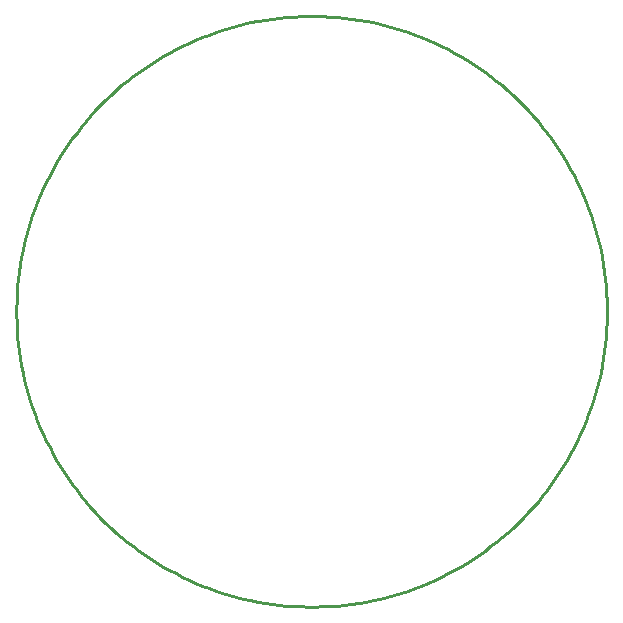
<source format=gbr>
G04 EAGLE Gerber RS-274X export*
G75*
%MOMM*%
%FSLAX34Y34*%
%LPD*%
%IN*%
%IPPOS*%
%AMOC8*
5,1,8,0,0,1.08239X$1,22.5*%
G01*
G04 Define Apertures*
%ADD10C,0.254000*%
D10*
X250000Y-3068D02*
X250000Y3068D01*
X249849Y9203D01*
X249548Y15331D01*
X249097Y21451D01*
X248495Y27558D01*
X247744Y33648D01*
X246844Y39718D01*
X245795Y45763D01*
X244598Y51782D01*
X243253Y57769D01*
X241762Y63721D01*
X240126Y69635D01*
X238344Y75507D01*
X236420Y81334D01*
X234352Y87111D01*
X232144Y92836D01*
X229796Y98505D01*
X227309Y104115D01*
X224686Y109662D01*
X221927Y115143D01*
X219034Y120555D01*
X216009Y125894D01*
X212855Y131157D01*
X209572Y136342D01*
X206163Y141444D01*
X202630Y146461D01*
X198974Y151389D01*
X195199Y156227D01*
X191306Y160970D01*
X187298Y165616D01*
X183177Y170163D01*
X178946Y174607D01*
X174607Y178946D01*
X170163Y183177D01*
X165616Y187298D01*
X160970Y191306D01*
X156227Y195199D01*
X151389Y198974D01*
X146461Y202630D01*
X141444Y206163D01*
X136342Y209572D01*
X131157Y212855D01*
X125894Y216009D01*
X120555Y219034D01*
X115143Y221927D01*
X109662Y224686D01*
X104115Y227309D01*
X98505Y229796D01*
X92836Y232144D01*
X87111Y234352D01*
X81334Y236420D01*
X75507Y238344D01*
X69635Y240126D01*
X63721Y241762D01*
X57769Y243253D01*
X51782Y244598D01*
X45763Y245795D01*
X39718Y246844D01*
X33648Y247744D01*
X27558Y248495D01*
X21451Y249097D01*
X15331Y249548D01*
X9203Y249849D01*
X3068Y250000D01*
X-3068Y250000D01*
X-9203Y249849D01*
X-15331Y249548D01*
X-21451Y249097D01*
X-27558Y248495D01*
X-33648Y247744D01*
X-39718Y246844D01*
X-45763Y245795D01*
X-51782Y244598D01*
X-57769Y243253D01*
X-63721Y241762D01*
X-69635Y240126D01*
X-75507Y238344D01*
X-81334Y236420D01*
X-87111Y234352D01*
X-92836Y232144D01*
X-98505Y229796D01*
X-104115Y227309D01*
X-109662Y224686D01*
X-115143Y221927D01*
X-120555Y219034D01*
X-125894Y216009D01*
X-131157Y212855D01*
X-136342Y209572D01*
X-141444Y206163D01*
X-146461Y202630D01*
X-151389Y198974D01*
X-156227Y195199D01*
X-160970Y191306D01*
X-165616Y187298D01*
X-170163Y183177D01*
X-174607Y178946D01*
X-178946Y174607D01*
X-183177Y170163D01*
X-187298Y165616D01*
X-191306Y160970D01*
X-195199Y156227D01*
X-198974Y151389D01*
X-202630Y146461D01*
X-206163Y141444D01*
X-209572Y136342D01*
X-212855Y131157D01*
X-216009Y125894D01*
X-219034Y120555D01*
X-221927Y115143D01*
X-224686Y109662D01*
X-227309Y104115D01*
X-229796Y98505D01*
X-232144Y92836D01*
X-234352Y87111D01*
X-236420Y81334D01*
X-238344Y75507D01*
X-240126Y69635D01*
X-241762Y63721D01*
X-243253Y57769D01*
X-244598Y51782D01*
X-245795Y45763D01*
X-246844Y39718D01*
X-247744Y33648D01*
X-248495Y27558D01*
X-249097Y21451D01*
X-249548Y15331D01*
X-249849Y9203D01*
X-250000Y3068D01*
X-250000Y-3068D01*
X-249849Y-9203D01*
X-249548Y-15331D01*
X-249097Y-21451D01*
X-248495Y-27558D01*
X-247744Y-33648D01*
X-246844Y-39718D01*
X-245795Y-45763D01*
X-244598Y-51782D01*
X-243253Y-57769D01*
X-241762Y-63721D01*
X-240126Y-69635D01*
X-238344Y-75507D01*
X-236420Y-81334D01*
X-234352Y-87111D01*
X-232144Y-92836D01*
X-229796Y-98505D01*
X-227309Y-104115D01*
X-224686Y-109662D01*
X-221927Y-115143D01*
X-219034Y-120555D01*
X-216009Y-125894D01*
X-212855Y-131157D01*
X-209572Y-136342D01*
X-206163Y-141444D01*
X-202630Y-146461D01*
X-198974Y-151389D01*
X-195199Y-156227D01*
X-191306Y-160970D01*
X-187298Y-165616D01*
X-183177Y-170163D01*
X-178946Y-174607D01*
X-174607Y-178946D01*
X-170163Y-183177D01*
X-165616Y-187298D01*
X-160970Y-191306D01*
X-156227Y-195199D01*
X-151389Y-198974D01*
X-146461Y-202630D01*
X-141444Y-206163D01*
X-136342Y-209572D01*
X-131157Y-212855D01*
X-125894Y-216009D01*
X-120555Y-219034D01*
X-115143Y-221927D01*
X-109662Y-224686D01*
X-104115Y-227309D01*
X-98505Y-229796D01*
X-92836Y-232144D01*
X-87111Y-234352D01*
X-81334Y-236420D01*
X-75507Y-238344D01*
X-69635Y-240126D01*
X-63721Y-241762D01*
X-57769Y-243253D01*
X-51782Y-244598D01*
X-45763Y-245795D01*
X-39718Y-246844D01*
X-33648Y-247744D01*
X-27558Y-248495D01*
X-21451Y-249097D01*
X-15331Y-249548D01*
X-9203Y-249849D01*
X-3068Y-250000D01*
X3068Y-250000D01*
X9203Y-249849D01*
X15331Y-249548D01*
X21451Y-249097D01*
X27558Y-248495D01*
X33648Y-247744D01*
X39718Y-246844D01*
X45763Y-245795D01*
X51782Y-244598D01*
X57769Y-243253D01*
X63721Y-241762D01*
X69635Y-240126D01*
X75507Y-238344D01*
X81334Y-236420D01*
X87111Y-234352D01*
X92836Y-232144D01*
X98505Y-229796D01*
X104115Y-227309D01*
X109662Y-224686D01*
X115143Y-221927D01*
X120555Y-219034D01*
X125894Y-216009D01*
X131157Y-212855D01*
X136342Y-209572D01*
X141444Y-206163D01*
X146461Y-202630D01*
X151389Y-198974D01*
X156227Y-195199D01*
X160970Y-191306D01*
X165616Y-187298D01*
X170163Y-183177D01*
X174607Y-178946D01*
X178946Y-174607D01*
X183177Y-170163D01*
X187298Y-165616D01*
X191306Y-160970D01*
X195199Y-156227D01*
X198974Y-151389D01*
X202630Y-146461D01*
X206163Y-141444D01*
X209572Y-136342D01*
X212855Y-131157D01*
X216009Y-125894D01*
X219034Y-120555D01*
X221927Y-115143D01*
X224686Y-109662D01*
X227309Y-104115D01*
X229796Y-98505D01*
X232144Y-92836D01*
X234352Y-87111D01*
X236420Y-81334D01*
X238344Y-75507D01*
X240126Y-69635D01*
X241762Y-63721D01*
X243253Y-57769D01*
X244598Y-51782D01*
X245795Y-45763D01*
X246844Y-39718D01*
X247744Y-33648D01*
X248495Y-27558D01*
X249097Y-21451D01*
X249548Y-15331D01*
X249849Y-9203D01*
X250000Y-3068D01*
M02*

</source>
